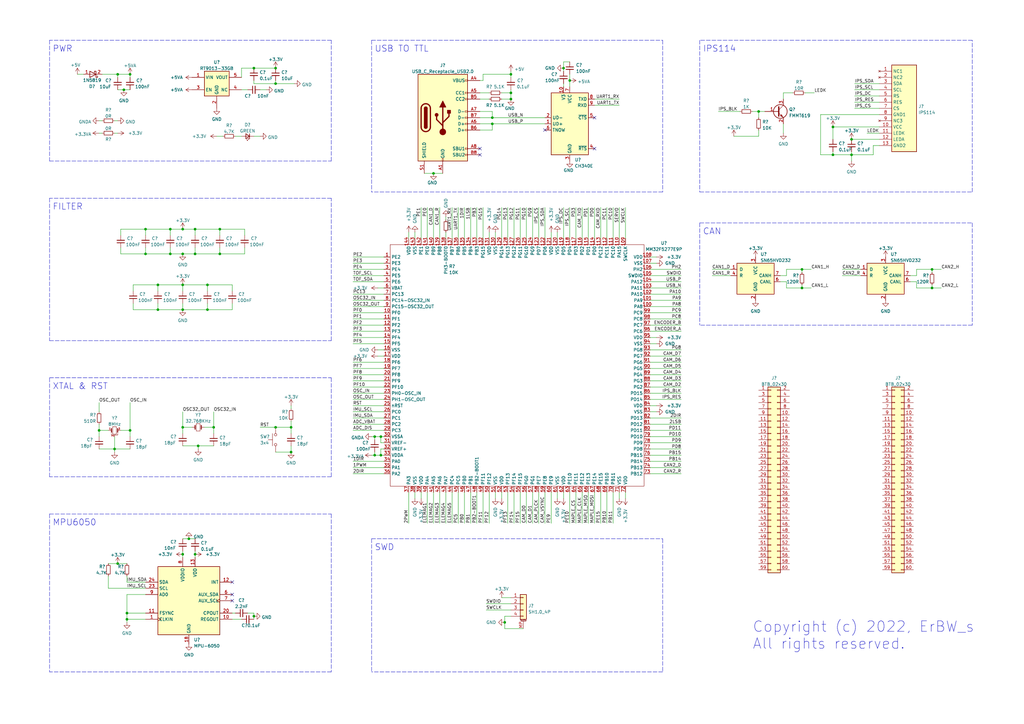
<source format=kicad_sch>
(kicad_sch (version 20211123) (generator eeschema)
  (paper "A3")
  (junction (at 69.85 104.14))
  (junction (at 233.68 33.02))
  (junction (at 53.34 30.48))
  (junction (at 74.93 175.26))
  (junction (at 52.07 254))
  (junction (at 156.21 179.07))
  (junction (at 50.8 36.83))
  (junction (at 74.93 93.98))
  (junction (at 328.93 118.11))
  (junction (at 341.63 52.07))
  (junction (at 156.21 186.69))
  (junction (at 209.55 38.1))
  (junction (at 53.34 176.53))
  (junction (at 90.17 104.14))
  (junction (at 177.8 71.12))
  (junction (at 59.69 104.14))
  (junction (at 104.14 27.94))
  (junction (at 341.63 63.5))
  (junction (at 69.85 93.98))
  (junction (at 80.01 93.98))
  (junction (at 46.99 184.15))
  (junction (at 74.93 116.84))
  (junction (at 328.93 110.49))
  (junction (at 59.69 93.98))
  (junction (at 87.63 175.26))
  (junction (at 48.26 30.48))
  (junction (at 64.77 127))
  (junction (at 382.27 110.49))
  (junction (at 85.09 116.84))
  (junction (at 153.67 179.07))
  (junction (at 85.09 127))
  (junction (at 231.14 27.94))
  (junction (at 201.93 48.26))
  (junction (at 119.38 175.26))
  (junction (at 113.03 175.26))
  (junction (at 64.77 116.84))
  (junction (at 104.14 252.73))
  (junction (at 80.01 227.33))
  (junction (at 74.93 104.14))
  (junction (at 209.55 40.64))
  (junction (at 349.25 63.5))
  (junction (at 153.67 186.69))
  (junction (at 113.03 27.94))
  (junction (at 74.93 227.33))
  (junction (at 209.55 30.48))
  (junction (at 113.03 34.29))
  (junction (at 81.28 182.88))
  (junction (at 80.01 104.14))
  (junction (at 201.93 50.8))
  (junction (at 90.17 93.98))
  (junction (at 349.25 57.15))
  (junction (at 52.07 251.46))
  (junction (at 207.01 255.27))
  (junction (at 48.26 231.14))
  (junction (at 382.27 118.11))
  (junction (at 74.93 127))
  (junction (at 311.15 45.72))
  (junction (at 40.64 176.53))
  (junction (at 77.47 220.98))
  (junction (at 119.38 185.42))
  (no_connect (at 95.25 243.84))
  (no_connect (at 95.25 238.76))
  (no_connect (at 95.25 246.38))
  (no_connect (at 243.84 60.96))
  (no_connect (at 243.84 48.26))
  (no_connect (at 196.85 60.96))
  (no_connect (at 196.85 63.5))
  (no_connect (at 223.52 53.34))
  (wire (pts (xy 279.4 118.11) (xy 266.7 118.11)))
  (wire (pts (xy 254 85.09) (xy 254 97.79)))
  (wire (pts (xy 279.4 176.53) (xy 266.7 176.53)))
  (wire (pts (xy 40.64 176.53) (xy 40.64 179.07)))
  (wire (pts (xy 144.78 194.31) (xy 157.48 194.31)))
  (wire (pts (xy 196.85 53.34) (xy 201.93 53.34)))
  (wire (pts (xy 182.88 88.9) (xy 182.88 90.17)))
  (wire (pts (xy 74.93 124.46) (xy 74.93 127)))
  (wire (pts (xy 74.93 175.26) (xy 74.93 177.8)))
  (wire (pts (xy 279.4 189.23) (xy 266.7 189.23)))
  (wire (pts (xy 193.04 85.09) (xy 193.04 97.79)))
  (wire (pts (xy 54.61 116.84) (xy 54.61 119.38)))
  (wire (pts (xy 266.7 133.35) (xy 279.4 133.35)))
  (wire (pts (xy 292.1 113.03) (xy 299.72 113.03)))
  (polyline (pts (xy 20.32 66.04) (xy 135.89 66.04)))
  (wire (pts (xy 78.74 175.26) (xy 74.93 175.26)))
  (wire (pts (xy 144.78 107.95) (xy 157.48 107.95)))
  (wire (pts (xy 246.38 214.63) (xy 246.38 201.93)))
  (wire (pts (xy 74.93 116.84) (xy 64.77 116.84)))
  (wire (pts (xy 321.31 50.8) (xy 321.31 54.61)))
  (wire (pts (xy 59.69 238.76) (xy 52.07 238.76)))
  (wire (pts (xy 90.17 93.98) (xy 80.01 93.98)))
  (wire (pts (xy 144.78 168.91) (xy 157.48 168.91)))
  (wire (pts (xy 328.93 116.84) (xy 328.93 118.11)))
  (wire (pts (xy 196.85 45.72) (xy 201.93 45.72)))
  (wire (pts (xy 113.03 33.02) (xy 113.03 34.29)))
  (wire (pts (xy 208.28 85.09) (xy 208.28 97.79)))
  (wire (pts (xy 40.64 165.1) (xy 40.64 168.91)))
  (wire (pts (xy 320.04 115.57) (xy 322.58 115.57)))
  (polyline (pts (xy 135.89 275.59) (xy 20.32 275.59)))
  (wire (pts (xy 59.69 104.14) (xy 69.85 104.14)))
  (wire (pts (xy 85.09 116.84) (xy 85.09 119.38)))
  (wire (pts (xy 49.53 104.14) (xy 59.69 104.14)))
  (polyline (pts (xy 20.32 16.51) (xy 20.32 66.04)))
  (polyline (pts (xy 287.02 16.51) (xy 287.02 78.74)))
  (wire (pts (xy 205.74 40.64) (xy 209.55 40.64)))
  (wire (pts (xy 279.4 181.61) (xy 266.7 181.61)))
  (wire (pts (xy 83.82 175.26) (xy 87.63 175.26)))
  (wire (pts (xy 341.63 62.23) (xy 341.63 63.5)))
  (wire (pts (xy 144.78 115.57) (xy 157.48 115.57)))
  (wire (pts (xy 218.44 85.09) (xy 218.44 97.79)))
  (wire (pts (xy 48.26 30.48) (xy 53.34 30.48)))
  (wire (pts (xy 220.98 85.09) (xy 220.98 97.79)))
  (wire (pts (xy 156.21 186.69) (xy 157.48 186.69)))
  (wire (pts (xy 153.67 185.42) (xy 153.67 186.69)))
  (polyline (pts (xy 398.78 16.51) (xy 287.02 16.51)))
  (wire (pts (xy 99.06 27.94) (xy 104.14 27.94)))
  (polyline (pts (xy 152.4 16.51) (xy 152.4 78.74)))
  (wire (pts (xy 226.06 214.63) (xy 226.06 201.93)))
  (wire (pts (xy 236.22 201.93) (xy 236.22 214.63)))
  (wire (pts (xy 382.27 116.84) (xy 382.27 118.11)))
  (wire (pts (xy 59.69 243.84) (xy 52.07 243.84)))
  (polyline (pts (xy 152.4 220.98) (xy 152.4 275.59)))
  (wire (pts (xy 350.52 36.83) (xy 360.68 36.83)))
  (wire (pts (xy 172.72 204.47) (xy 172.72 201.93)))
  (wire (pts (xy 182.88 95.25) (xy 182.88 97.79)))
  (polyline (pts (xy 135.89 154.94) (xy 135.89 195.58)))
  (wire (pts (xy 144.78 138.43) (xy 157.48 138.43)))
  (wire (pts (xy 203.2 95.25) (xy 203.2 97.79)))
  (wire (pts (xy 349.25 63.5) (xy 358.14 63.5)))
  (wire (pts (xy 44.45 241.3) (xy 44.45 236.22)))
  (wire (pts (xy 233.68 214.63) (xy 233.68 201.93)))
  (wire (pts (xy 99.06 36.83) (xy 101.6 36.83)))
  (wire (pts (xy 74.93 220.98) (xy 77.47 220.98)))
  (wire (pts (xy 256.54 85.09) (xy 256.54 97.79)))
  (wire (pts (xy 88.9 55.88) (xy 91.44 55.88)))
  (wire (pts (xy 279.4 186.69) (xy 266.7 186.69)))
  (wire (pts (xy 113.03 185.42) (xy 119.38 185.42)))
  (wire (pts (xy 74.93 182.88) (xy 81.28 182.88)))
  (wire (pts (xy 80.01 93.98) (xy 74.93 93.98)))
  (wire (pts (xy 330.2 38.1) (xy 334.01 38.1)))
  (wire (pts (xy 170.18 95.25) (xy 170.18 97.79)))
  (wire (pts (xy 266.7 161.29) (xy 279.4 161.29)))
  (wire (pts (xy 59.69 93.98) (xy 59.69 96.52)))
  (wire (pts (xy 382.27 110.49) (xy 382.27 111.76)))
  (wire (pts (xy 279.4 148.59) (xy 266.7 148.59)))
  (wire (pts (xy 375.92 110.49) (xy 382.27 110.49)))
  (wire (pts (xy 350.52 34.29) (xy 360.68 34.29)))
  (wire (pts (xy 53.34 165.1) (xy 53.34 176.53)))
  (wire (pts (xy 210.82 214.63) (xy 210.82 201.93)))
  (wire (pts (xy 80.01 226.06) (xy 80.01 227.33)))
  (wire (pts (xy 231.14 85.09) (xy 231.14 97.79)))
  (wire (pts (xy 167.64 95.25) (xy 167.64 97.79)))
  (wire (pts (xy 200.66 95.25) (xy 200.66 97.79)))
  (wire (pts (xy 95.25 116.84) (xy 85.09 116.84)))
  (wire (pts (xy 104.14 252.73) (xy 104.14 251.46)))
  (wire (pts (xy 321.31 38.1) (xy 325.12 38.1)))
  (wire (pts (xy 375.92 115.57) (xy 375.92 118.11)))
  (wire (pts (xy 80.01 101.6) (xy 80.01 104.14)))
  (wire (pts (xy 106.68 175.26) (xy 113.03 175.26)))
  (wire (pts (xy 279.4 110.49) (xy 266.7 110.49)))
  (wire (pts (xy 223.52 85.09) (xy 223.52 97.79)))
  (wire (pts (xy 279.4 184.15) (xy 266.7 184.15)))
  (wire (pts (xy 167.64 214.63) (xy 167.64 201.93)))
  (wire (pts (xy 144.78 140.97) (xy 157.48 140.97)))
  (wire (pts (xy 196.85 48.26) (xy 201.93 48.26)))
  (wire (pts (xy 231.14 25.4) (xy 233.68 25.4)))
  (polyline (pts (xy 20.32 139.7) (xy 135.89 139.7)))
  (wire (pts (xy 355.6 54.61) (xy 360.68 54.61)))
  (polyline (pts (xy 20.32 210.82) (xy 135.89 210.82)))
  (wire (pts (xy 209.55 30.48) (xy 209.55 31.75)))
  (wire (pts (xy 77.47 220.98) (xy 80.01 220.98)))
  (wire (pts (xy 198.12 214.63) (xy 198.12 201.93)))
  (wire (pts (xy 210.82 85.09) (xy 210.82 97.79)))
  (wire (pts (xy 52.07 238.76) (xy 52.07 236.22)))
  (wire (pts (xy 182.88 214.63) (xy 182.88 201.93)))
  (wire (pts (xy 279.4 115.57) (xy 266.7 115.57)))
  (wire (pts (xy 350.52 44.45) (xy 360.68 44.45)))
  (polyline (pts (xy 287.02 78.74) (xy 398.78 78.74)))
  (wire (pts (xy 153.67 186.69) (xy 156.21 186.69)))
  (wire (pts (xy 44.45 231.14) (xy 48.26 231.14)))
  (wire (pts (xy 231.14 29.21) (xy 231.14 27.94)))
  (wire (pts (xy 279.4 173.99) (xy 266.7 173.99)))
  (wire (pts (xy 198.12 30.48) (xy 209.55 30.48)))
  (wire (pts (xy 144.78 148.59) (xy 157.48 148.59)))
  (wire (pts (xy 144.78 125.73) (xy 157.48 125.73)))
  (wire (pts (xy 74.93 168.91) (xy 74.93 175.26)))
  (wire (pts (xy 144.78 135.89) (xy 157.48 135.89)))
  (wire (pts (xy 50.8 36.83) (xy 53.34 36.83)))
  (wire (pts (xy 375.92 113.03) (xy 375.92 110.49)))
  (wire (pts (xy 201.93 50.8) (xy 223.52 50.8)))
  (wire (pts (xy 46.99 54.61) (xy 48.26 54.61)))
  (polyline (pts (xy 398.78 133.35) (xy 287.02 133.35)))
  (wire (pts (xy 104.14 251.46) (xy 101.6 251.46)))
  (wire (pts (xy 207.01 252.73) (xy 207.01 255.27)))
  (polyline (pts (xy 135.89 195.58) (xy 20.32 195.58)))
  (wire (pts (xy 233.68 33.02) (xy 233.68 35.56)))
  (wire (pts (xy 251.46 85.09) (xy 251.46 97.79)))
  (wire (pts (xy 144.78 176.53) (xy 157.48 176.53)))
  (wire (pts (xy 349.25 62.23) (xy 349.25 63.5)))
  (wire (pts (xy 300.99 55.88) (xy 311.15 55.88)))
  (wire (pts (xy 64.77 116.84) (xy 64.77 119.38)))
  (polyline (pts (xy 271.78 275.59) (xy 152.4 275.59)))
  (wire (pts (xy 322.58 110.49) (xy 328.93 110.49)))
  (wire (pts (xy 173.99 71.12) (xy 177.8 71.12)))
  (wire (pts (xy 205.74 204.47) (xy 205.74 201.93)))
  (wire (pts (xy 279.4 143.51) (xy 266.7 143.51)))
  (wire (pts (xy 223.52 214.63) (xy 223.52 201.93)))
  (wire (pts (xy 336.55 63.5) (xy 341.63 63.5)))
  (wire (pts (xy 144.78 105.41) (xy 157.48 105.41)))
  (wire (pts (xy 144.78 128.27) (xy 157.48 128.27)))
  (wire (pts (xy 238.76 85.09) (xy 238.76 97.79)))
  (wire (pts (xy 44.45 176.53) (xy 40.64 176.53)))
  (wire (pts (xy 209.55 30.48) (xy 209.55 29.21)))
  (polyline (pts (xy 135.89 66.04) (xy 135.89 16.51)))
  (wire (pts (xy 177.8 97.79) (xy 177.8 85.09)))
  (wire (pts (xy 69.85 101.6) (xy 69.85 104.14)))
  (wire (pts (xy 144.78 156.21) (xy 157.48 156.21)))
  (wire (pts (xy 119.38 175.26) (xy 119.38 177.8)))
  (wire (pts (xy 373.38 115.57) (xy 375.92 115.57)))
  (wire (pts (xy 177.8 71.12) (xy 181.61 71.12)))
  (wire (pts (xy 201.93 45.72) (xy 201.93 48.26)))
  (wire (pts (xy 196.85 50.8) (xy 201.93 50.8)))
  (wire (pts (xy 74.93 116.84) (xy 85.09 116.84)))
  (wire (pts (xy 144.78 191.77) (xy 157.48 191.77)))
  (wire (pts (xy 69.85 93.98) (xy 69.85 96.52)))
  (wire (pts (xy 80.01 104.14) (xy 90.17 104.14)))
  (wire (pts (xy 144.78 173.99) (xy 157.48 173.99)))
  (wire (pts (xy 228.6 204.47) (xy 228.6 201.93)))
  (wire (pts (xy 269.24 105.41) (xy 266.7 105.41)))
  (wire (pts (xy 46.99 184.15) (xy 53.34 184.15)))
  (wire (pts (xy 87.63 175.26) (xy 87.63 177.8)))
  (wire (pts (xy 279.4 120.65) (xy 266.7 120.65)))
  (wire (pts (xy 59.69 241.3) (xy 44.45 241.3)))
  (wire (pts (xy 349.25 57.15) (xy 360.68 57.15)))
  (wire (pts (xy 350.52 39.37) (xy 360.68 39.37)))
  (wire (pts (xy 69.85 104.14) (xy 74.93 104.14)))
  (wire (pts (xy 231.14 34.29) (xy 231.14 35.56)))
  (wire (pts (xy 157.48 181.61) (xy 156.21 181.61)))
  (wire (pts (xy 279.4 130.81) (xy 266.7 130.81)))
  (wire (pts (xy 80.01 93.98) (xy 80.01 96.52)))
  (wire (pts (xy 294.64 45.72) (xy 303.53 45.72)))
  (wire (pts (xy 251.46 214.63) (xy 251.46 201.93)))
  (wire (pts (xy 279.4 128.27) (xy 266.7 128.27)))
  (wire (pts (xy 106.68 36.83) (xy 109.22 36.83)))
  (wire (pts (xy 220.98 214.63) (xy 220.98 201.93)))
  (wire (pts (xy 341.63 63.5) (xy 349.25 63.5)))
  (wire (pts (xy 74.93 116.84) (xy 74.93 119.38)))
  (wire (pts (xy 350.52 41.91) (xy 360.68 41.91)))
  (wire (pts (xy 336.55 46.99) (xy 336.55 63.5)))
  (wire (pts (xy 311.15 45.72) (xy 313.69 45.72)))
  (wire (pts (xy 154.94 143.51) (xy 157.48 143.51)))
  (wire (pts (xy 328.93 118.11) (xy 332.74 118.11)))
  (wire (pts (xy 64.77 124.46) (xy 64.77 127)))
  (wire (pts (xy 119.38 166.37) (xy 119.38 167.64)))
  (wire (pts (xy 152.4 179.07) (xy 153.67 179.07)))
  (wire (pts (xy 279.4 153.67) (xy 266.7 153.67)))
  (wire (pts (xy 205.74 85.09) (xy 205.74 97.79)))
  (wire (pts (xy 177.8 214.63) (xy 177.8 201.93)))
  (wire (pts (xy 59.69 101.6) (xy 59.69 104.14)))
  (wire (pts (xy 85.09 124.46) (xy 85.09 127)))
  (wire (pts (xy 40.64 54.61) (xy 41.91 54.61)))
  (wire (pts (xy 228.6 95.25) (xy 228.6 97.79)))
  (wire (pts (xy 144.78 163.83) (xy 157.48 163.83)))
  (wire (pts (xy 144.78 189.23) (xy 157.48 189.23)))
  (wire (pts (xy 152.4 186.69) (xy 153.67 186.69)))
  (polyline (pts (xy 135.89 210.82) (xy 135.89 275.59)))
  (wire (pts (xy 104.14 33.02) (xy 104.14 34.29)))
  (wire (pts (xy 279.4 125.73) (xy 266.7 125.73)))
  (wire (pts (xy 175.26 85.09) (xy 175.26 97.79)))
  (wire (pts (xy 322.58 118.11) (xy 328.93 118.11)))
  (wire (pts (xy 144.78 123.19) (xy 157.48 123.19)))
  (polyline (pts (xy 271.78 16.51) (xy 271.78 78.74)))
  (wire (pts (xy 99.06 31.75) (xy 99.06 27.94)))
  (wire (pts (xy 175.26 214.63) (xy 175.26 201.93)))
  (wire (pts (xy 213.36 214.63) (xy 213.36 201.93)))
  (wire (pts (xy 231.14 27.94) (xy 231.14 25.4)))
  (wire (pts (xy 49.53 101.6) (xy 49.53 104.14)))
  (wire (pts (xy 180.34 214.63) (xy 180.34 201.93)))
  (wire (pts (xy 308.61 45.72) (xy 311.15 45.72)))
  (wire (pts (xy 195.58 214.63) (xy 195.58 201.93)))
  (wire (pts (xy 199.39 247.65) (xy 209.55 247.65)))
  (wire (pts (xy 266.7 135.89) (xy 279.4 135.89)))
  (wire (pts (xy 74.93 227.33) (xy 74.93 228.6)))
  (wire (pts (xy 320.04 113.03) (xy 322.58 113.03)))
  (wire (pts (xy 156.21 184.15) (xy 156.21 186.69)))
  (wire (pts (xy 322.58 113.03) (xy 322.58 110.49)))
  (wire (pts (xy 156.21 179.07) (xy 157.48 179.07)))
  (wire (pts (xy 246.38 85.09) (xy 246.38 97.79)))
  (wire (pts (xy 328.93 110.49) (xy 332.74 110.49)))
  (wire (pts (xy 113.03 34.29) (xy 120.65 34.29)))
  (wire (pts (xy 74.93 127) (xy 85.09 127)))
  (wire (pts (xy 231.14 204.47) (xy 231.14 201.93)))
  (wire (pts (xy 269.24 107.95) (xy 266.7 107.95)))
  (wire (pts (xy 243.84 40.64) (xy 254 40.64)))
  (polyline (pts (xy 135.89 16.51) (xy 20.32 16.51)))
  (wire (pts (xy 321.31 40.64) (xy 321.31 38.1)))
  (wire (pts (xy 209.55 252.73) (xy 207.01 252.73)))
  (wire (pts (xy 266.7 163.83) (xy 279.4 163.83)))
  (wire (pts (xy 104.14 55.88) (xy 106.68 55.88)))
  (wire (pts (xy 144.78 151.13) (xy 157.48 151.13)))
  (wire (pts (xy 205.74 245.11) (xy 209.55 245.11)))
  (wire (pts (xy 46.99 49.53) (xy 48.26 49.53)))
  (wire (pts (xy 200.66 214.63) (xy 200.66 201.93)))
  (wire (pts (xy 172.72 85.09) (xy 172.72 97.79)))
  (wire (pts (xy 170.18 204.47) (xy 170.18 201.93)))
  (wire (pts (xy 54.61 127) (xy 64.77 127)))
  (wire (pts (xy 87.63 168.91) (xy 87.63 175.26)))
  (wire (pts (xy 248.92 214.63) (xy 248.92 201.93)))
  (wire (pts (xy 193.04 214.63) (xy 193.04 201.93)))
  (wire (pts (xy 201.93 48.26) (xy 223.52 48.26)))
  (wire (pts (xy 40.64 49.53) (xy 41.91 49.53)))
  (wire (pts (xy 104.14 254) (xy 104.14 252.73)))
  (wire (pts (xy 144.78 153.67) (xy 157.48 153.67)))
  (wire (pts (xy 52.07 243.84) (xy 52.07 251.46)))
  (wire (pts (xy 382.27 118.11) (xy 386.08 118.11)))
  (wire (pts (xy 53.34 30.48) (xy 53.34 31.75)))
  (wire (pts (xy 104.14 27.94) (xy 113.03 27.94)))
  (wire (pts (xy 48.26 231.14) (xy 52.07 231.14)))
  (wire (pts (xy 266.7 191.77) (xy 279.4 191.77)))
  (wire (pts (xy 95.25 254) (xy 99.06 254)))
  (wire (pts (xy 341.63 52.07) (xy 360.68 52.07)))
  (wire (pts (xy 80.01 227.33) (xy 80.01 228.6)))
  (polyline (pts (xy 287.02 91.44) (xy 398.78 91.44)))
  (wire (pts (xy 31.75 30.48) (xy 34.29 30.48)))
  (wire (pts (xy 40.64 184.15) (xy 46.99 184.15)))
  (wire (pts (xy 187.96 85.09) (xy 187.96 97.79)))
  (polyline (pts (xy 20.32 154.94) (xy 135.89 154.94)))
  (wire (pts (xy 279.4 158.75) (xy 266.7 158.75)))
  (wire (pts (xy 207.01 257.81) (xy 207.01 255.27)))
  (wire (pts (xy 81.28 182.88) (xy 87.63 182.88)))
  (wire (pts (xy 373.38 113.03) (xy 375.92 113.03)))
  (wire (pts (xy 345.44 113.03) (xy 353.06 113.03)))
  (wire (pts (xy 157.48 184.15) (xy 156.21 184.15)))
  (wire (pts (xy 209.55 36.83) (xy 209.55 38.1)))
  (wire (pts (xy 49.53 176.53) (xy 53.34 176.53)))
  (wire (pts (xy 100.33 96.52) (xy 100.33 93.98)))
  (wire (pts (xy 59.69 254) (xy 52.07 254)))
  (wire (pts (xy 46.99 184.15) (xy 46.99 185.42)))
  (wire (pts (xy 341.63 57.15) (xy 341.63 52.07)))
  (wire (pts (xy 144.78 161.29) (xy 157.48 161.29)))
  (polyline (pts (xy 152.4 220.98) (xy 271.78 220.98)))
  (wire (pts (xy 241.3 85.09) (xy 241.3 97.79)))
  (wire (pts (xy 41.91 30.48) (xy 48.26 30.48)))
  (wire (pts (xy 144.78 110.49) (xy 157.48 110.49)))
  (wire (pts (xy 382.27 110.49) (xy 386.08 110.49)))
  (polyline (pts (xy 287.02 91.44) (xy 287.02 133.35)))
  (wire (pts (xy 279.4 146.05) (xy 266.7 146.05)))
  (wire (pts (xy 218.44 214.63) (xy 218.44 201.93)))
  (wire (pts (xy 144.78 133.35) (xy 157.48 133.35)))
  (wire (pts (xy 48.26 30.48) (xy 48.26 31.75)))
  (wire (pts (xy 233.68 30.48) (xy 233.68 33.02)))
  (wire (pts (xy 254 204.47) (xy 254 201.93)))
  (wire (pts (xy 144.78 120.65) (xy 157.48 120.65)))
  (wire (pts (xy 154.94 146.05) (xy 157.48 146.05)))
  (wire (pts (xy 328.93 110.49) (xy 328.93 111.76)))
  (wire (pts (xy 119.38 175.26) (xy 119.38 172.72)))
  (wire (pts (xy 59.69 251.46) (xy 52.07 251.46)))
  (wire (pts (xy 269.24 166.37) (xy 266.7 166.37)))
  (wire (pts (xy 190.5 214.63) (xy 190.5 201.93)))
  (polyline (pts (xy 20.32 210.82) (xy 20.32 275.59)))
  (wire (pts (xy 59.69 93.98) (xy 49.53 93.98)))
  (wire (pts (xy 100.33 93.98) (xy 90.17 93.98)))
  (wire (pts (xy 153.67 179.07) (xy 156.21 179.07)))
  (wire (pts (xy 236.22 85.09) (xy 236.22 97.79)))
  (wire (pts (xy 180.34 97.79) (xy 180.34 85.09)))
  (wire (pts (xy 96.52 55.88) (xy 99.06 55.88)))
  (wire (pts (xy 64.77 116.84) (xy 54.61 116.84)))
  (wire (pts (xy 196.85 33.02) (xy 198.12 33.02)))
  (wire (pts (xy 185.42 85.09) (xy 185.42 97.79)))
  (wire (pts (xy 48.26 36.83) (xy 50.8 36.83)))
  (polyline (pts (xy 271.78 78.74) (xy 152.4 78.74)))
  (wire (pts (xy 209.55 40.64) (xy 209.55 38.1)))
  (wire (pts (xy 209.55 38.1) (xy 205.74 38.1)))
  (wire (pts (xy 95.25 124.46) (xy 95.25 127)))
  (polyline (pts (xy 20.32 81.28) (xy 20.32 139.7)))
  (wire (pts (xy 238.76 201.93) (xy 238.76 214.63)))
  (wire (pts (xy 100.33 101.6) (xy 100.33 104.14)))
  (wire (pts (xy 156.21 181.61) (xy 156.21 179.07)))
  (wire (pts (xy 358.14 59.69) (xy 358.14 63.5)))
  (wire (pts (xy 358.14 59.69) (xy 360.68 59.69)))
  (wire (pts (xy 74.93 93.98) (xy 69.85 93.98)))
  (polyline (pts (xy 398.78 91.44) (xy 398.78 133.35)))
  (wire (pts (xy 54.61 124.46) (xy 54.61 127)))
  (polyline (pts (xy 271.78 220.98) (xy 271.78 275.59)))
  (wire (pts (xy 322.58 115.57) (xy 322.58 118.11)))
  (wire (pts (xy 144.78 130.81) (xy 157.48 130.81)))
  (wire (pts (xy 248.92 85.09) (xy 248.92 97.79)))
  (wire (pts (xy 144.78 158.75) (xy 157.48 158.75)))
  (wire (pts (xy 154.94 118.11) (xy 157.48 118.11)))
  (wire (pts (xy 207.01 257.81) (xy 214.63 257.81)))
  (wire (pts (xy 279.4 171.45) (xy 266.7 171.45)))
  (wire (pts (xy 46.99 179.07) (xy 46.99 184.15)))
  (wire (pts (xy 52.07 254) (xy 52.07 255.27)))
  (wire (pts (xy 49.53 93.98) (xy 49.53 96.52)))
  (wire (pts (xy 64.77 127) (xy 74.93 127)))
  (wire (pts (xy 144.78 113.03) (xy 157.48 113.03)))
  (wire (pts (xy 198.12 85.09) (xy 198.12 97.79)))
  (wire (pts (xy 360.68 46.99) (xy 336.55 46.99)))
  (wire (pts (xy 90.17 101.6) (xy 90.17 104.14)))
  (wire (pts (xy 345.44 110.49) (xy 353.06 110.49)))
  (wire (pts (xy 74.93 226.06) (xy 74.93 227.33)))
  (wire (pts (xy 279.4 123.19) (xy 266.7 123.19)))
  (polyline (pts (xy 398.78 78.74) (xy 398.78 16.51)))
  (polyline (pts (xy 135.89 139.7) (xy 135.89 81.28)))
  (wire (pts (xy 196.85 40.64) (xy 200.66 40.64)))
  (wire (pts (xy 40.64 173.99) (xy 40.64 176.53)))
  (wire (pts (xy 215.9 85.09) (xy 215.9 97.79)))
  (wire (pts (xy 243.84 43.18) (xy 254 43.18)))
  (wire (pts (xy 269.24 168.91) (xy 266.7 168.91)))
  (wire (pts (xy 292.1 110.49) (xy 299.72 110.49)))
  (wire (pts (xy 90.17 104.14) (xy 100.33 104.14)))
  (wire (pts (xy 196.85 38.1) (xy 200.66 38.1)))
  (wire (pts (xy 256.54 204.47) (xy 256.54 201.93)))
  (wire (pts (xy 349.25 63.5) (xy 349.25 66.04)))
  (wire (pts (xy 243.84 85.09) (xy 243.84 97.79)))
  (polyline (pts (xy 135.89 81.28) (xy 20.32 81.28)))
  (wire (pts (xy 187.96 214.63) (xy 187.96 201.93)))
  (wire (pts (xy 104.14 34.29) (xy 113.03 34.29)))
  (wire (pts (xy 213.36 85.09) (xy 213.36 97.79)))
  (wire (pts (xy 53.34 176.53) (xy 53.34 179.07)))
  (wire (pts (xy 311.15 55.88) (xy 311.15 53.34)))
  (wire (pts (xy 203.2 204.47) (xy 203.2 201.93)))
  (wire (pts (xy 85.09 127) (xy 95.25 127)))
  (wire (pts (xy 144.78 166.37) (xy 157.48 166.37)))
  (wire (pts (xy 95.25 116.84) (xy 95.25 119.38)))
  (wire (pts (xy 185.42 214.63) (xy 185.42 201.93)))
  (wire (pts (xy 52.07 251.46) (xy 52.07 254)))
  (wire (pts (xy 208.28 214.63) (xy 208.28 201.93)))
  (wire (pts (xy 95.25 251.46) (xy 96.52 251.46)))
  (wire (pts (xy 233.68 85.09) (xy 233.68 97.79)))
  (wire (pts (xy 241.3 201.93) (xy 241.3 214.63)))
  (wire (pts (xy 243.84 201.93) (xy 243.84 214.63)))
  (wire (pts (xy 74.93 104.14) (xy 80.01 104.14)))
  (wire (pts (xy 195.58 85.09) (xy 195.58 97.79)))
  (wire (pts (xy 269.24 138.43) (xy 266.7 138.43)))
  (wire (pts (xy 119.38 182.88) (xy 119.38 185.42)))
  (wire (pts (xy 153.67 179.07) (xy 153.67 180.34)))
  (wire (pts (xy 201.93 53.34) (xy 201.93 50.8)))
  (wire (pts (xy 311.15 45.72) (xy 311.15 48.26)))
  (wire (pts (xy 190.5 85.09) (xy 190.5 97.79)))
  (wire (pts (xy 81.28 182.88) (xy 81.28 184.15)))
  (wire (pts (xy 279.4 151.13) (xy 266.7 151.13)))
  (polyline (pts (xy 20.32 195.58) (xy 20.32 154.94)))
  (wire (pts (xy 199.39 250.19) (xy 209.55 250.19)))
  (polyline (pts (xy 152.4 16.51) (xy 271.78 16.51)))
  (wire (pts (xy 90.17 93.98) (xy 90.17 96.52)))
  (wire (pts (xy 113.03 175.26) (xy 119.38 175.26)))
  (wire (pts (xy 198.12 33.02) (xy 198.12 30.48)))
  (wire (pts (xy 69.85 93.98) (xy 59.69 93.98)))
  (wire (pts (xy 266.7 113.03) (xy 279.4 113.03)))
  (wire (pts (xy 279.4 156.21) (xy 266.7 156.21)))
  (wire (pts (xy 266.7 194.31) (xy 279.4 194.31)))
  (wire (pts (xy 375.92 118.11) (xy 382.27 118.11)))
  (wire (pts (xy 215.9 214.63) (xy 215.9 201.93)))
  (wire (pts (xy 226.06 95.25) (xy 226.06 97.79)))
  (wire (pts (xy 144.78 171.45) (xy 157.48 171.45)))
  (wire (pts (xy 279.4 179.07) (xy 266.7 179.07)))
  (wire (pts (xy 269.24 140.97) (xy 266.7 140.97)))
  (text "Copyright (c) 2022, ErBW_s\nAll rights reserved." (at 308.61 266.7 0) (effects (font (size 4.318 4.318)) (justify left bottom)))
  (text "CAN" (at 288.29 96.52 0) (effects (font (size 2.54 2.54)) (justify left bottom)))
  (text "FILTER" (at 21.59 86.36 0) (effects (font (size 2.54 2.54)) (justify left bottom)))
  (text "XTAL & RST" (at 21.59 160.02 0) (effects (font (size 2.54 2.54)) (justify left bottom)))
  (text "IPS114" (at 288.29 21.59 0) (effects (font (size 2.54 2.54)) (justify left bottom)))
  (text "PWR" (at 21.59 21.59 0) (effects (font (size 2.54 2.54)) (justify left bottom)))
  (text "MPU6050" (at 21.59 215.9 0) (effects (font (size 2.54 2.54)) (justify left bottom)))
  (text "USB TO TTL" (at 153.67 21.59 0) (effects (font (size 2.54 2.54)) (justify left bottom)))
  (text "SWD" (at 153.67 226.06 0) (effects (font (size 2.54 2.54)) (justify left bottom)))
  (label "PF2" (at 144.78 133.35 0))
  (label "1DIR" (at 144.78 189.23 0))
  (label "PB0" (at 190.5 214.63 90))
  (label "PF0" (at 144.78 128.27 0))
  (label "USB_P" (at 279.4 115.57 180))
  (label "PG9" (at 218.44 85.09 270))
  (label "PB1" (at 193.04 214.63 90))
  (label "PC11" (at 248.92 85.09 270))
  (label "ELEMAG3" (at 180.34 214.63 90))
  (label "CAN2_D" (at 345.44 110.49 0))
  (label "CAN2_D" (at 279.4 191.77 180))
  (label "OSC32_OUT" (at 74.93 168.91 0))
  (label "IPS_BLK" (at 279.4 161.29 180))
  (label "ENCODER_A" (at 279.4 135.89 180))
  (label "OSC_IN" (at 53.34 165.1 0))
  (label "PF5" (at 144.78 140.97 0))
  (label "UART1_RX" (at 185.42 85.09 270))
  (label "PF15" (at 213.36 214.63 90))
  (label "1DIR" (at 190.5 85.09 270))
  (label "PF6" (at 144.78 148.59 0))
  (label "PD11" (at 279.4 176.53 180))
  (label "PE2" (at 144.78 105.41 0))
  (label "PF11" (at 198.12 214.63 90))
  (label "OSC_IN" (at 144.78 161.29 0))
  (label "RST" (at 144.78 166.37 0))
  (label "UART1_TX" (at 254 43.18 180))
  (label "IPS_BLK" (at 294.64 45.72 0))
  (label "PE10" (at 233.68 214.63 90))
  (label "IMU_SDA" (at 144.78 171.45 0))
  (label "PB14" (at 279.4 189.23 180))
  (label "LEDK" (at 355.6 54.61 0))
  (label "CAN2_R" (at 279.4 194.31 180))
  (label "ENCODER_B" (at 279.4 133.35 180))
  (label "MAPLE_MISO" (at 241.3 214.63 90))
  (label "OSC32_IN" (at 144.78 123.19 0))
  (label "CAM_D7" (at 279.4 146.05 180))
  (label "PD3" (at 236.22 85.09 270))
  (label "OSC32_IN" (at 87.63 168.91 0))
  (label "CAN1_D" (at 177.8 85.09 270))
  (label "PA10" (at 279.4 120.65 180))
  (label "PA9" (at 279.4 123.19 180))
  (label "PE15" (at 246.38 214.63 90))
  (label "PF14" (at 210.82 214.63 90))
  (label "OSC_OUT" (at 40.64 165.1 0))
  (label "CAN2_L" (at 386.08 118.11 0))
  (label "PC13" (at 144.78 120.65 0))
  (label "SWCLK" (at 256.54 85.09 270))
  (label "ELEMAG4" (at 182.88 214.63 90))
  (label "PG8" (at 279.4 143.51 180))
  (label "ADC_DIS" (at 144.78 176.53 0))
  (label "CAN2_R" (at 345.44 113.03 0))
  (label "SWDIO" (at 199.39 247.65 0))
  (label "CAN1_D" (at 292.1 110.49 0))
  (label "OSC_OUT" (at 144.78 163.83 0))
  (label "CAN1_R" (at 180.34 85.09 270))
  (label "CAM_D4" (at 279.4 153.67 180))
  (label "USB_N" (at 279.4 118.11 180))
  (label "PD8" (at 279.4 184.15 180))
  (label "1PWM" (at 144.78 191.77 0))
  (label "SWCLK" (at 199.39 250.19 0))
  (label "PF3" (at 144.78 135.89 0))
  (label "PF1" (at 144.78 130.81 0))
  (label "PB10" (at 248.92 214.63 90))
  (label "1LSB" (at 193.04 85.09 270))
  (label "SWDIO" (at 279.4 113.03 180))
  (label "TOF_SDA" (at 144.78 115.57 0))
  (label "PB11" (at 251.46 214.63 90))
  (label "PG13" (at 208.28 85.09 270))
  (label "2PWM" (at 167.64 214.63 90))
  (label "TOF_SCL" (at 144.78 113.03 0))
  (label "LEDK" (at 334.01 38.1 0))
  (label "OSC32_OUT" (at 144.78 125.73 0))
  (label "PE1" (at 172.72 85.09 270))
  (label "PG12" (at 210.82 85.09 270))
  (label "PF13" (at 208.28 214.63 90))
  (label "PG10" (at 215.9 85.09 270))
  (label "SERVO" (at 254 85.09 270))
  (label "CAN1_L" (at 332.74 118.11 0))
  (label "CAM_VSYNC" (at 223.52 214.63 90))
  (label "PG11" (at 213.36 85.09 270))
  (label "PC5" (at 187.96 214.63 90))
  (label "CAN1_H" (at 332.74 110.49 0))
  (label "IPS_CS" (at 220.98 85.09 270))
  (label "CAM_TXD" (at 238.76 85.09 270))
  (label "IPS_SDA" (at 223.52 85.09 270))
  (label "PE9" (at 226.06 214.63 90))
  (label "IMU_SCL" (at 52.07 241.3 0))
  (label "PF12" (at 200.66 214.63 90))
  (label "CAM_RXD" (at 246.38 85.09 270))
  (label "PF9" (at 144.78 156.21 0))
  (label "IPS_RES" (at 350.52 41.91 0))
  (label "PE3" (at 144.78 107.95 0))
  (label "PH2" (at 279.4 110.49 180))
  (label "ADC_VBAT" (at 144.78 173.99 0))
  (label "PC9" (at 279.4 128.27 180))
  (label "CAM_D1" (at 218.44 214.63 90))
  (label "PF8" (at 144.78 153.67 0))
  (label "PD1" (at 241.3 85.09 270))
  (label "PE4" (at 144.78 110.49 0))
  (label "IPS_RES" (at 279.4 163.83 180))
  (label "IPS_SCL" (at 233.68 85.09 270))
  (label "PB2-BOOT1" (at 195.58 214.63 90))
  (label "ELEMAG5" (at 185.42 214.63 90))
  (label "PC10" (at 251.46 85.09 270))
  (label "IPS_DC" (at 231.14 85.09 270))
  (label "PC8" (at 279.4 130.81 180))
  (label "CAM_D2" (at 279.4 158.75 180))
  (label "2DIR" (at 279.4 171.45 180))
  (label "IMU_SDA" (at 52.07 238.76 0))
  (label "2DIR" (at 144.78 194.31 0))
  (label "ELEMAG2" (at 177.8 214.63 90))
  (label "PD10" (at 279.4 179.07 180))
  (label "PF10" (at 144.78 158.75 0))
  (label "PE0" (at 175.26 85.09 270))
  (label "UART1_RX" (at 254 40.64 180))
  (label "IPS_DC" (at 350.52 39.37 0))
  (label "CAN1_R" (at 292.1 113.03 0))
  (label "IPS_SDA" (at 350.52 34.29 0))
  (label "PB3" (at 195.58 85.09 270))
  (label "PF7" (at 144.78 151.13 0))
  (label "2LSB" (at 279.4 173.99 180))
  (label "CAM_PLCK" (at 220.98 214.63 90))
  (label "RST" (at 106.68 175.26 0))
  (label "IPS_CS" (at 350.52 44.45 0))
  (label "CAM_D3" (at 279.4 156.21 180))
  (label "PB15" (at 279.4 186.69 180))
  (label "PD9" (at 279.4 181.61 180))
  (label "PG14" (at 205.74 85.09 270))
  (label "CAM_D6" (at 279.4 148.59 180))
  (label "PD0" (at 243.84 85.09 270))
  (label "ELEMAG1" (at 175.26 214.63 90))
  (label "USB_N" (at 214.63 48.26 180))
  (label "PF4" (at 144.78 138.43 0))
  (label "IPS_SCL" (at 350.52 36.83 0))
  (label "MAPLE_CS" (at 236.22 214.63 90))
  (label "CAN2_H" (at 386.08 110.49 0))
  (label "CAM_D5" (at 279.4 151.13 180))
  (label "PA8" (at 279.4 125.73 180))
  (label "UART1_TX" (at 187.96 85.09 270))
  (label "CAM_D0" (at 215.9 214.63 90))
  (label "USB_P" (at 214.63 50.8 180))
  (label "PG15" (at 198.12 85.09 270))
  (label "MAPLE_MOSI" (at 243.84 214.63 90))
  (label "MAPLE_CLK" (at 238.76 214.63 90))
  (label "IMU_SCL" (at 144.78 168.91 0))
  (symbol (lib_id "power:GND") (at 50.8 36.83 0) (unit 1)
    (property "Reference" "#PWR0110" (effects hide))
    (property "Value" "GND" (at 50.8 41.2734 0))
  )
  (symbol (lib_id "Device:R_Small") (at 182.88 92.71 0) (unit 1)
    (property "Reference" "R?" (at 184.15 109.22 0) (effects (justify left)))
    (property "Value" "10K" (at 184.15 111.76 0) (effects (justify left)))
    (property "Footprint" "ErBW_s:R_0402" (effects hide))
  )
  (symbol (lib_id "Device:C_Small") (at 341.63 59.69 0) (unit 1)
    (property "Reference" "C?" (at 343.9541 58.8616 0) (effects (justify left)))
    (property "Value" "0.1uF" (at 343.9541 61.3985 0) (effects (justify left)))
    (property "Footprint" "ErBW_s:C_0402" (effects hide))
  )
  (symbol (lib_id "power:+3.3V") (at 119.38 166.37 0) (unit 1)
    (property "Reference" "#PWR0119" (effects hide))
    (property "Value" "+3.3V" (at 119.38 162.7942 0))
  )
  (symbol (lib_id "Device:C_Small") (at 100.33 99.06 180) (unit 1)
    (property "Reference" "C?" (at 104.14 97.79 0))
    (property "Value" "100nF" (at 105.41 100.33 0))
    (property "Footprint" "ErBW_s:C_0402" (effects hide))
  )
  (symbol (lib_id "power:+3.3V") (at 231.14 204.47 180) (unit 1)
    (property "Reference" "#PWR0128" (effects hide))
    (property "Value" "+3.3V" (at 231.14 214.63 90) (effects (justify right)))
  )
  (symbol (lib_id "power:GND") (at 170.18 95.25 180) (unit 1)
    (property "Reference" "#PWR0105" (effects hide))
    (property "Value" "GND" (at 170.18 87.63 90) (effects (justify left)))
  )
  (symbol (lib_id "Diode:1N5819WS") (at 38.1 30.48 180) (unit 1)
    (property "Reference" "D?" (at 37.7825 35.4498 0))
    (property "Value" "1N5819" (at 37.7825 32.9129 0))
    (property "Footprint" "ErBW_s:SOD-323" (effects hide))
    (property "Datasheet" "https://datasheet.lcsc.com/lcsc/2204281430_Guangdong-Hottech-1N5819WS_C191023.pdf" (effects hide))
  )
  (symbol (lib_id "power:GND") (at 46.99 185.42 0) (unit 1)
    (property "Reference" "#PWR0137" (effects hide))
    (property "Value" "GND" (at 46.99 189.8634 0))
  )
  (symbol (lib_id "power:+3.3V") (at 113.03 27.94 0) (unit 1)
    (property "Reference" "#PWR0126" (effects hide))
    (property "Value" "+3.3V" (at 113.03 24.3642 0))
  )
  (symbol (lib_id "Device:C_Small") (at 80.01 99.06 180) (unit 1)
    (property "Reference" "C?" (at 83.82 97.79 0))
    (property "Value" "100nF" (at 85.09 100.33 0))
    (property "Footprint" "ErBW_s:C_0402" (effects hide))
  )
  (symbol (lib_id "ErBW_s:MM32F5277E9P") (at 210.82 151.13 0) (unit 1)
    (property "Reference" "U?" (at 272.3129 99.7035 0))
    (property "Value" "MM32F5277E9P" (at 272.3129 102.2404 0))
    (property "Footprint" "Package_QFP:LQFP-144_20x20mm_P0.5mm" (effects hide))
  )
  (symbol (lib_id "power:GND") (at 109.22 36.83 90) (unit 1)
    (property "Reference" "#PWR0123" (effects hide))
    (property "Value" "GND" (at 112.395 37.2638 90) (effects (justify right)))
  )
  (symbol (lib_id "Device:C_Small") (at 54.61 121.92 180) (unit 1)
    (property "Reference" "C?" (at 58.42 120.65 0))
    (property "Value" "100nF" (at 59.69 123.19 0))
    (property "Footprint" "ErBW_s:C_0402" (effects hide))
  )
  (symbol (lib_id "Device:R_Small") (at 382.27 114.3 0) (unit 1)
    (property "Reference" "R?" (at 378.46 113.03 0) (effects (justify left)))
    (property "Value" "120R" (at 375.92 115.57 0) (effects (justify left)))
    (property "Footprint" "ErBW_s:R_0402" (effects hide))
  )
  (symbol (lib_id "power:GND") (at 120.65 34.29 90) (unit 1)
    (property "Reference" "#PWR0122" (effects hide))
    (property "Value" "GND" (at 123.825 34.7238 90) (effects (justify right)))
  )
  (symbol (lib_id "power:+3.3V") (at 341.63 52.07 0) (unit 1)
    (property "Reference" "#PWR0162" (effects hide))
    (property "Value" "+3.3V" (at 341.63 48.4942 0))
  )
  (symbol (lib_id "Device:R_Small") (at 119.38 170.18 0) (unit 1)
    (property "Reference" "R?" (at 115.57 168.91 0) (effects (justify left)))
    (property "Value" "10K" (at 114.3 171.45 0) (effects (justify left)))
    (property "Footprint" "ErBW_s:R_0402" (effects hide))
  )
  (symbol (lib_id "power:GNDA") (at 40.64 49.53 270) (unit 1)
    (property "Reference" "#PWR?" (effects hide))
    (property "Value" "GNDA" (at 37.465 49.9638 90) (effects (justify right)))
  )
  (symbol (lib_id "power:GND") (at 233.68 66.04 0) (unit 1)
    (property "Reference" "#PWR0169" (effects hide))
    (property "Value" "GND" (at 231.14 69.85 0) (effects (justify left)))
  )
  (symbol (lib_id "Device:C_Small") (at 49.53 99.06 180) (unit 1)
    (property "Reference" "C?" (at 53.34 97.79 0))
    (property "Value" "100nF" (at 54.61 100.33 0))
    (property "Footprint" "ErBW_s:C_0402" (effects hide))
  )
  (symbol (lib_id "power:+3.3V") (at 172.72 204.47 180) (unit 1)
    (property "Reference" "#PWR0146" (effects hide))
    (property "Value" "+3.3V" (at 172.72 214.63 90) (effects (justify right)))
  )
  (symbol (lib_id "Device:LED_Small") (at 101.6 55.88 180) (unit 1)
    (property "Reference" "D?" (at 101.5365 51.1642 0))
    (property "Value" "GREEN" (at 101.5365 53.7011 0))
    (property "Footprint" "ErBW_s:LED_0402" (effects hide))
  )
  (symbol (lib_id "power:GND") (at 74.93 104.14 0) (unit 1)
    (property "Reference" "#PWR0115" (effects hide))
    (property "Value" "GND" (at 74.93 108.5834 0))
  )
  (symbol (lib_id "power:+3.3V") (at 74.93 93.98 0) (unit 1)
    (property "Reference" "#PWR0114" (effects hide))
    (property "Value" "+3.3V" (at 74.93 90.4042 0))
  )
  (symbol (lib_id "power:+3.3V") (at 167.64 95.25 0) (unit 1)
    (property "Reference" "#PWR0106" (effects hide))
    (property "Value" "+3.3V" (at 167.64 85.09 90) (effects (justify right)))
  )
  (symbol (lib_id "power:GND") (at 254 204.47 0) (unit 1)
    (property "Reference" "#PWR0130" (effects hide))
    (property "Value" "GND" (at 254 212.09 90) (effects (justify left)))
  )
  (symbol (lib_id "power:+5V") (at 31.75 30.48 0) (unit 1)
    (property "Reference" "#PWR0111" (effects hide))
    (property "Value" "+5V" (at 33.02 26.67 0) (effects (justify right)))
  )
  (symbol (lib_id "Device:C_Small") (at 233.68 27.94 0) (unit 1)
    (property "Reference" "C?" (at 236.22 26.67 0) (effects (justify left)))
    (property "Value" "100nF" (at 236.22 29.21 0) (effects (justify left)))
    (property "Footprint" "ErBW_s:C_0402" (effects hide))
  )
  (symbol (lib_id "power:GND") (at 209.55 40.64 0) (unit 1)
    (property "Reference" "#PWR0101" (effects hide))
    (property "Value" "GND" (at 207.01 44.45 0) (effects (justify left)))
  )
  (symbol (lib_id "power:+3.3V") (at 205.74 204.47 180) (unit 1)
    (property "Reference" "#PWR0144" (effects hide))
    (property "Value" "+3.3V" (at 205.74 214.63 90) (effects (justify right)))
  )
  (symbol (lib_id "ErBW_s:RT9013-33GB") (at 88.9 34.29 0) (unit 1)
    (property "Reference" "U?" (at 88.9 25.5102 0))
    (property "Value" "RT9013-33GB" (at 88.9 28.0471 0))
    (property "Footprint" "Package_TO_SOT_SMD:SOT-23-5" (effects hide))
  )
  (symbol (lib_id "power:+3.3VA") (at 152.4 186.69 90) (unit 1)
    (property "Reference" "#PWR?" (effects hide))
    (property "Value" "+3.3VA" (at 149.2251 187.1238 90) (effects (justify left)))
  )
  (symbol (lib_id "Device:C_Small") (at 74.93 121.92 180) (unit 1)
    (property "Reference" "C?" (at 78.74 120.65 0))
    (property "Value" "100nF" (at 80.01 123.19 0))
    (property "Footprint" "ErBW_s:C_0402" (effects hide))
  )
  (symbol (lib_id "Device:C_Small") (at 104.14 30.48 0) (unit 1)
    (property "Reference" "C?" (at 106.4641 29.6516 0) (effects (justify left)))
    (property "Value" "0.1uF" (at 106.4641 32.1885 0) (effects (justify left)))
    (property "Footprint" "ErBW_s:C_0402" (effects hide))
  )
  (symbol (lib_id "Device:R_Small") (at 52.07 233.68 0) (unit 1)
    (property "Reference" "R?" (at 48.26 232.41 0) (effects (justify left)))
    (property "Value" "4.7K" (at 46.99 234.95 0) (effects (justify left)))
    (property "Footprint" "ErBW_s:R_0402" (effects hide))
  )
  (symbol (lib_id "Device:C_Small") (at 85.09 121.92 180) (unit 1)
    (property "Reference" "C?" (at 88.9 120.65 0))
    (property "Value" "100nF" (at 90.17 123.19 0))
    (property "Footprint" "ErBW_s:C_0402" (effects hide))
  )
  (symbol (lib_id "power:GND") (at 154.94 143.51 270) (unit 1)
    (property "Reference" "#PWR0117" (effects hide))
    (property "Value" "GND" (at 147.32 143.51 90) (effects (justify left)))
  )
  (symbol (lib_id "Device:Crystal_Small") (at 81.28 175.26 0) (unit 1)
    (property "Reference" "Y?" (at 81.28 170.1632 0))
    (property "Value" "32.768KHz" (at 81.28 172.7001 0))
    (property "Footprint" "ErBW_s:Crystal_SMD_3215_FC-135_2P" (effects hide))
  )
  (symbol (lib_id "power:GND") (at 269.24 140.97 90) (unit 1)
    (property "Reference" "#PWR0135" (effects hide))
    (property "Value" "GND" (at 276.86 140.97 90) (effects (justify left)))
  )
  (symbol (lib_id "Device:C_Small") (at 53.34 34.29 180) (unit 1)
    (property "Reference" "C?" (at 57.15 33.02 0))
    (property "Value" "100nF" (at 58.42 35.56 0))
    (property "Footprint" "ErBW_s:C_0402" (effects hide))
  )
  (symbol (lib_id "Device:Q_NPN_BEC") (at 318.77 45.72 0) (unit 1)
    (property "Reference" "Q?" (at 323.6214 44.8853 0) (effects (justify left)))
    (property "Value" "FMMT619" (at 323.6214 47.4222 0) (effects (justify left)))
    (property "Footprint" "Package_TO_SOT_SMD:SOT-23" (effects hide))
  )
  (symbol (lib_id "Device:C_Small") (at 104.14 36.83 90) (unit 1)
    (property "Reference" "C?" (at 101.6 39.37 90))
    (property "Value" "10nF" (at 107.95 39.37 90))
    (property "Footprint" "ErBW_s:C_0402" (effects hide))
  )
  (symbol (lib_id "Device:C_Small") (at 64.77 121.92 180) (unit 1)
    (property "Reference" "C?" (at 68.58 120.65 0))
    (property "Value" "100nF" (at 69.85 123.19 0))
    (property "Footprint" "ErBW_s:C_0402" (effects hide))
  )
  (symbol (lib_id "power:+3.3V") (at 48.26 231.14 0) (unit 1)
    (property "Reference" "#PWR0142" (effects hide))
    (property "Value" "+3.3V" (at 48.26 227.5642 0))
  )
  (symbol (lib_id "power:GND") (at 104.14 252.73 90) (unit 1)
    (property "Reference" "#PWR0153" (effects hide))
    (property "Value" "GND" (at 107.315 253.1638 90) (effects (justify right)))
  )
  (symbol (lib_id "power:GND") (at 309.88 123.19 0) (unit 1)
    (property "Reference" "#PWR0160" (effects hide))
    (property "Value" "GND" (at 309.88 127.6334 0))
  )
  (symbol (lib_id "power:GND") (at 48.26 49.53 90) (unit 1)
    (property "Reference" "#PWR?" (effects hide))
    (property "Value" "GND" (at 51.435 49.9638 90) (effects (justify right)))
  )
  (symbol (lib_id "power:+5V") (at 209.55 29.21 0) (unit 1)
    (property "Reference" "#PWR0102" (effects hide))
    (property "Value" "+5V" (at 210.947 28.3738 0) (effects (justify left)))
  )
  (symbol (lib_id "Device:R_Small") (at 44.45 54.61 90) (unit 1)
    (property "Reference" "R?" (at 44.45 57.15 90))
    (property "Value" "0R" (at 44.45 52.7105 90))
    (property "Footprint" "ErBW_s:R_0402" (effects hide))
  )
  (symbol (lib_id "Interface_CAN_LIN:SN65HVD232") (at 309.88 113.03 0) (unit 1)
    (property "Reference" "U?" (at 311.8994 104.2502 0) (effects (justify left)))
    (property "Value" "SN65HVD232" (at 311.8994 106.7871 0) (effects (justify left)))
    (property "Footprint" "Package_SO:SOIC-8_3.9x4.9mm_P1.27mm" (effects hide))
    (property "Datasheet" "http://www.ti.com/lit/ds/symlink/sn65hvd230.pdf" (effects hide))
  )
  (symbol (lib_id "power:+3.3V") (at 269.24 105.41 270) (unit 1)
    (property "Reference" "#PWR0156" (effects hide))
    (property "Value" "+3.3V" (at 279.4 105.41 90) (effects (justify right)))
  )
  (symbol (lib_id "Device:C_Small") (at 74.93 223.52 0) (unit 1)
    (property "Reference" "C?" (at 69.85 222.25 0) (effects (justify left)))
    (property "Value" "10nF" (at 67.31 224.79 0) (effects (justify left)))
    (property "Footprint" "ErBW_s:C_0402" (effects hide))
  )
  (symbol (lib_id "power:+5VA") (at 53.34 30.48 0) (unit 1)
    (property "Reference" "#PWR0109" (effects hide))
    (property "Value" "+5VA" (at 53.34 26.9042 0))
  )
  (symbol (lib_id "power:GND") (at 203.2 95.25 180) (unit 1)
    (property "Reference" "#PWR0103" (effects hide))
    (property "Value" "GND" (at 203.2 87.63 90) (effects (justify left)))
  )
  (symbol (lib_id "power:GND") (at 228.6 95.25 180) (unit 1)
    (property "Reference" "#PWR0155" (effects hide))
    (property "Value" "GND" (at 228.6 87.63 90) (effects (justify left)))
  )
  (symbol (lib_id "power:+3.3V") (at 300.99 55.88 0) (unit 1)
    (property "Reference" "#PWR0164" (effects hide))
    (property "Value" "+3.3V" (at 300.99 52.3042 0))
  )
  (symbol (lib_id "Device:C_Small") (at 349.25 59.69 0) (unit 1)
    (property "Reference" "C?" (at 351.5741 58.8616 0) (effects (justify left)))
    (property "Value" "0.1uF" (at 351.5741 61.3985 0) (effects (justify left)))
    (property "Footprint" "ErBW_s:C_0402" (effects hide))
  )
  (symbol (lib_id "power:GND") (at 321.31 54.61 0) (unit 1)
    (property "Reference" "#PWR0165" (effects hide))
    (property "Value" "GND" (at 321.31 59.0534 0))
  )
  (symbol (lib_id "Device:R_Small") (at 203.2 38.1 90) (unit 1)
    (property "Reference" "R?" (at 201.93 35.56 90) (effects (justify left)))
    (property "Value" "5.1K" (at 207.01 35.56 90) (effects (justify left)))
    (property "Footprint" "ErBW_s:R_0402" (effects hide))
  )
  (symbol (lib_id "power:+3.3V") (at 269.24 138.43 270) (unit 1)
    (property "Reference" "#PWR0134" (effects hide))
    (property "Value" "+3.3V" (at 279.4 138.43 90) (effects (justify right)))
  )
  (symbol (lib_id "Connector:USB_C_Receptacle_USB2.0") (at 181.61 48.26 0) (unit 1)
    (property "Reference" "J?" (at 181.61 26.7802 0))
    (property "Value" "USB_C_Receptacle_USB2.0" (at 181.61 29.3171 0))
    (property "Datasheet" "https://www.usb.org/sites/default/files/documents/usb_type-c.zip" (effects hide))
  )
  (symbol (lib_id "Device:R_Small") (at 44.45 233.68 0) (unit 1)
    (property "Reference" "R?" (at 40.64 232.41 0) (effects (justify left)))
    (property "Value" "4.7K" (at 39.37 234.95 0) (effects (justify left)))
    (property "Footprint" "ErBW_s:R_0402" (effects hide))
  )
  (symbol (lib_id "power:GND") (at 203.2 204.47 0) (unit 1)
    (property "Reference" "#PWR0145" (effects hide))
    (property "Value" "GND" (at 203.2 212.09 90) (effects (justify left)))
  )
  (symbol (lib_id "power:GND") (at 269.24 168.91 90) (unit 1)
    (property "Reference" "#PWR0132" (effects hide))
    (property "Value" "GND" (at 276.86 168.91 90) (effects (justify left)))
  )
  (symbol (lib_id "Switch:SW_Push") (at 113.03 180.34 90) (unit 1)
    (property "Reference" "SW?" (at 106.68 179.07 90) (effects (justify right)))
    (property "Value" "3x4" (at 106.68 181.61 90) (effects (justify right)))
    (property "Footprint" "ErBW_s:BUTTON_3x4" (effects hide))
  )
  (symbol (lib_id "power:GND") (at 106.68 55.88 90) (unit 1)
    (property "Reference" "#PWR0121" (effects hide))
    (property "Value" "GND" (at 109.855 56.3138 90) (effects (justify right)))
  )
  (symbol (lib_id "power:+3.3V") (at 74.93 116.84 0) (unit 1)
    (property "Reference" "#PWR0116" (effects hide))
    (property "Value" "+3.3V" (at 74.93 113.2642 0))
  )
  (symbol (lib_id "power:+3.3V") (at 154.94 146.05 90) (unit 1)
    (property "Reference" "#PWR0118" (effects hide))
    (property "Value" "+3.3V" (at 144.78 146.05 90) (effects (justify right)))
  )
  (symbol (lib_id "Device:C_Small") (at 59.69 99.06 180) (unit 1)
    (property "Reference" "C?" (at 63.5 97.79 0))
    (property "Value" "100nF" (at 64.77 100.33 0))
    (property "Footprint" "ErBW_s:C_0402" (effects hide))
  )
  (symbol (lib_id "Connector_Generic:Conn_02x30_Odd_Even") (at 367.03 195.58 0) (unit 1)
    (property "Reference" "J?" (at 368.3 155.0502 0))
    (property "Value" "BTB_02x30" (at 368.3 157.5871 0))
    (property "Footprint" "ErBW_s:BTB_Connector_02x30" (effects hide))
  )
  (symbol (lib_id "power:GND") (at 349.25 66.04 0) (unit 1)
    (property "Reference" "#PWR0161" (effects hide))
    (property "Value" "GND" (at 349.25 70.4834 0))
  )
  (symbol (lib_id "Device:R_Small") (at 93.98 55.88 90) (unit 1)
    (property "Reference" "R?" (at 93.98 51.4436 90))
    (property "Value" "4.7K" (at 93.98 53.9805 90))
    (property "Footprint" "ErBW_s:R_0402" (effects hide))
  )
  (symbol (lib_id "power:+3.3V") (at 309.88 105.41 0) (unit 1)
    (property "Reference" "#PWR0154" (effects hide))
    (property "Value" "+3.3V" (at 309.88 101.8342 0))
  )
  (symbol (lib_id "power:+3.3V") (at 200.66 95.25 0) (unit 1)
    (property "Reference" "#PWR0104" (effects hide))
    (property "Value" "+3.3V" (at 200.66 85.09 90) (effects (justify right)))
  )
  (symbol (lib_id "power:+3.3V") (at 80.01 227.33 270) (unit 1)
    (property "Reference" "#PWR0152" (effects hide))
    (property "Value" "+3.3V" (at 90.17 227.33 90) (effects (justify right)))
  )
  (symbol (lib_id "Device:C_Small") (at 153.67 182.88 0) (unit 1)
    (property "Reference" "C?" (at 148.59 181.61 0) (effects (justify left)))
    (property "Value" "100nF" (at 146.05 184.15 0) (effects (justify left)))
    (property "Footprint" "ErBW_s:C_0402" (effects hide))
  )
  (symbol (lib_id "Interface_CAN_LIN:SN65HVD232") (at 363.22 113.03 0) (unit 1)
    (property "Reference" "U?" (at 365.2394 104.2502 0) (effects (justify left)))
    (property "Value" "SN65HVD232" (at 365.2394 106.7871 0) (effects (justify left)))
    (property "Footprint" "Package_SO:SOIC-8_3.9x4.9mm_P1.27mm" (effects hide))
    (property "Datasheet" "http://www.ti.com/lit/ds/symlink/sn65hvd230.pdf" (effects hide))
  )
  (symbol (lib_id "Connector_Generic:Conn_02x30_Odd_Even") (at 316.23 195.58 0) (unit 1)
    (property "Reference" "J?" (at 317.5 155.0502 0))
    (property "Value" "BTB_02x30" (at 317.5 157.5871 0))
    (property "Footprint" "ErBW_s:BTB_Connector_02x30" (effects hide))
  )
  (symbol (lib_id "Device:R_Small") (at 203.2 40.64 90) (unit 1)
    (property "Reference" "R?" (at 201.93 43.18 90) (effects (justify left)))
    (property "Value" "5.1K" (at 207.01 43.18 90) (effects (justify left)))
    (property "Footprint" "ErBW_s:R_0402" (effects hide))
  )
  (symbol (lib_id "power:GND") (at 88.9 44.45 0) (unit 1)
    (property "Reference" "#PWR0125" (effects hide))
    (property "Value" "GND" (at 88.9 48.8934 0))
  )
  (symbol (lib_id "Device:C_Small") (at 231.14 31.75 0) (unit 1)
    (property "Reference" "C?" (at 226.06 30.48 0) (effects (justify left)))
    (property "Value" "100nF" (at 223.52 33.02 0) (effects (justify left)))
    (property "Footprint" "ErBW_s:C_0402" (effects hide))
  )
  (symbol (lib_id "power:GND") (at 363.22 123.19 0) (unit 1)
    (property "Reference" "#PWR0158" (effects hide))
    (property "Value" "GND" (at 363.22 127.6334 0))
  )
  (symbol (lib_id "Device:C_Small") (at 48.26 34.29 180) (unit 1)
    (property "Reference" "C?" (at 44.45 33.02 0))
    (property "Value" "10uF" (at 43.18 35.56 0))
    (property "Footprint" "ErBW_s:C_0402" (effects hide))
  )
  (symbol (lib_id "power:GND") (at 77.47 220.98 180) (unit 1)
    (property "Reference" "#PWR0150" (effects hide))
    (property "Value" "GND" (at 79.375 220.1438 0) (effects (justify right)))
  )
  (symbol (lib_id "Device:C_Small") (at 101.6 254 90) (unit 1)
    (property "Reference" "C?" (at 100.33 256.54 90))
    (property "Value" "0.1uF" (at 104.14 256.54 90))
    (property "Footprint" "ErBW_s:C_0402" (effects hide))
  )
  (symbol (lib_id "power:GNDA") (at 152.4 179.07 270) (unit 1)
    (property "Reference" "#PWR?" (effects hide))
    (property "Value" "GNDA" (at 149.225 179.5038 90) (effects (justify right)))
  )
  (symbol (lib_id "Device:C_Small") (at 40.64 181.61 0) (unit 1)
    (property "Reference" "C?" (at 35.56 180.34 0) (effects (justify left)))
    (property "Value" "18pF" (at 33.02 182.88 0) (effects (justify left)))
    (property "Footprint" "ErBW_s:C_0402" (effects hide))
  )
  (symbol (lib_id "Interface_USB:CH340E") (at 233.68 50.8 0) (unit 1)
    (property "Reference" "U?" (at 235.6994 65.5304 0) (effects (justify left)))
    (property "Value" "CH340E" (at 235.6994 68.0673 0) (effects (justify left)))
    (property "Footprint" "Package_SO:MSOP-10_3x3mm_P0.5mm" (effects hide))
    (property "Datasheet" "https://www.mpja.com/download/35227cpdata.pdf" (effects hide))
  )
  (symbol (lib_id "power:+5VA") (at 78.74 36.83 90) (unit 1)
    (property "Reference" "#PWR0127" (effects hide))
    (property "Value" "+5VA" (at 69.85 36.83 90) (effects (justify right)))
  )
  (symbol (lib_id "Device:R_Small") (at 328.93 114.3 0) (unit 1)
    (property "Reference" "R?" (at 325.12 113.03 0) (effects (justify left)))
    (property "Value" "120R" (at 322.58 115.57 0) (effects (justify left)))
    (property "Footprint" "ErBW_s:R_0402" (effects hide))
  )
  (symbol (lib_id "Device:Crystal_GND2_Small") (at 46.99 176.53 0) (unit 1)
    (property "Reference" "Y?" (at 46.99 171.4332 0))
    (property "Value" "8MHz" (at 46.99 173.9701 0))
    (property "Footprint" "ErBW_s:Crystal_SMD_3213_3P" (effects hide))
  )
  (symbol (lib_id "Device:C_Small") (at 87.63 180.34 0) (unit 1)
    (property "Reference" "C?" (at 89.9541 179.5116 0) (effects (justify left)))
    (property "Value" "18pF" (at 89.9541 182.0485 0) (effects (justify left)))
    (property "Footprint" "ErBW_s:C_0402" (effects hide))
  )
  (symbol (lib_id "Device:R_Small") (at 306.07 45.72 90) (unit 1)
    (property "Reference" "R?" (at 306.07 41.2836 90))
    (property "Value" "1K" (at 306.07 43.8205 90))
    (property "Footprint" "ErBW_s:R_0402" (effects hide))
  )
  (symbol (lib_id "power:+3.3V") (at 154.94 118.11 90) (unit 1)
    (property "Reference" "#PWR0112" (effects hide))
    (property "Value" "+3.3V" (at 144.78 118.11 90) (effects (justify right)))
  )
  (symbol (lib_id "power:GND") (at 228.6 204.47 0) (unit 1)
    (property "Reference" "#PWR0129" (effects hide))
    (property "Value" "GND" (at 228.6 212.09 90) (effects (justify left)))
  )
  (symbol (lib_id "power:+3.3V") (at 269.24 166.37 270) (unit 1)
    (property "Reference" "#PWR0133" (effects hide))
    (property "Value" "+3.3V" (at 279.4 166.37 90) (effects (justify right)))
  )
  (symbol (lib_id "Device:C_Small") (at 90.17 99.06 180) (unit 1)
    (property "Reference" "C?" (at 93.98 97.79 0))
    (property "Value" "100nF" (at 95.25 100.33 0))
    (property "Footprint" "ErBW_s:C_0402" (effects hide))
  )
  (symbol (lib_id "Device:C_Small") (at 69.85 99.06 180) (unit 1)
    (property "Reference" "C?" (at 73.66 97.79 0))
    (property "Value" "100nF" (at 74.93 100.33 0))
    (property "Footprint" "ErBW_s:C_0402" (effects hide))
  )
  (symbol (lib_id "Device:C_Small") (at 74.93 180.34 0) (unit 1)
    (property "Reference" "C?" (at 69.85 179.07 0) (effects (justify left)))
    (property "Value" "18pF" (at 67.31 181.61 0) (effects (justify left)))
    (property "Footprint" "ErBW_s:C_0402" (effects hide))
  )
  (symbol (lib_id "power:GND") (at 52.07 255.27 0) (unit 1)
    (property "Reference" "#PWR0143" (effects hide))
    (property "Value" "GND" (at 52.07 259.7134 0))
  )
  (symbol (lib_id "power:GND") (at 81.28 184.15 0) (unit 1)
    (property "Reference" "#PWR0136" (effects hide))
    (property "Value" "GND" (at 81.28 188.5934 0))
  )
  (symbol (lib_id "power:GND") (at 170.18 204.47 0) (unit 1)
    (property "Reference" "#PWR0147" (effects hide))
    (property "Value" "GND" (at 170.18 212.09 90) (effects (justify left)))
  )
  (symbol (lib_id "power:+3.3V") (at 226.06 95.25 0) (unit 1)
    (property "Reference" "#PWR0168" (effects hide))
    (property "Value" "+3.3V" (at 226.06 85.09 90) (effects (justify right)))
  )
  (symbol (lib_id "Device:R_Small") (at 327.66 38.1 90) (unit 1)
    (property "Reference" "R?" (at 327.66 33.6636 90))
    (property "Value" "10R" (at 327.66 36.2005 90))
    (property "Footprint" "ErBW_s:R_0402" (effects hide))
  )
  (symbol (lib_id "Sensor_Motion:MPU-6050") (at 77.47 246.38 0) (unit 1)
    (property "Reference" "U?" (at 79.4894 262.3804 0) (effects (justify left)))
    (property "Value" "MPU-6050" (at 79.4894 264.9173 0) (effects (justify left)))
    (property "Footprint" "Sensor_Motion:InvenSense_QFN-24_4x4mm_P0.5mm" (effects hide))
    (property "Datasheet" "https://store.invensense.com/datasheets/invensense/MPU-6050_DataSheet_V3%204.pdf" (effects hide))
  )
  (symbol (lib_id "Device:C_Small") (at 95.25 121.92 180) (unit 1)
    (property "Reference" "C?" (at 99.06 120.65 0))
    (property "Value" "100nF" (at 100.33 123.19 0))
    (property "Footprint" "ErBW_s:C_0402" (effects hide))
  )
  (symbol (lib_id "power:GND") (at 119.38 185.42 0) (unit 1)
    (property "Reference" "#PWR0140" (effects hide))
    (property "Value" "GND" (at 119.38 189.8634 0))
  )
  (symbol (lib_id "Device:C_Small") (at 99.06 251.46 90) (unit 1)
    (property "Reference" "C?" (at 99.0663 246.1981 90))
    (property "Value" "2.2nF" (at 99.0663 248.735 90))
    (property "Footprint" "ErBW_s:C_0402" (effects hide))
  )
  (symbol (lib_id "power:GND") (at 182.88 88.9 180) (unit 1)
    (property "Reference" "#PWR0108" (effects hide))
    (property "Value" "GND" (at 182.88 81.28 90) (effects (justify left)))
  )
  (symbol (lib_id "power:GND") (at 74.93 127 0) (unit 1)
    (property "Reference" "#PWR0113" (effects hide))
    (property "Value" "GND" (at 74.93 131.4434 0))
  )
  (symbol (lib_id "power:+5VA") (at 78.74 31.75 90) (unit 1)
    (property "Reference" "#PWR0124" (effects hide))
    (property "Value" "+5VA" (at 69.85 31.75 90) (effects (justify right)))
  )
  (symbol (lib_id "Connector_Generic_MountingPin:Conn_01x04_MountingPin") (at 214.63 247.65 0) (unit 1)
    (property "Reference" "J?" (at 216.662 248.4409 0) (effects (justify left)))
    (property "Value" "SH1.0_4P" (at 216.662 250.9778 0) (effects (justify left)))
    (property "Footprint" "Connector_JST:JST_SH_SM04B-SRSS-TB_1x04-1MP_P1.00mm_Horizontal" (effects hide))
  )
  (symbol (lib_id "power:+3.3V") (at 256.54 204.47 180) (unit 1)
    (property "Reference" "#PWR0131" (effects hide))
    (property "Value" "+3.3V" (at 256.54 214.63 90) (effects (justify right)))
  )
  (symbol (lib_id "power:GND") (at 77.47 264.16 0) (unit 1)
    (property "Reference" "#PWR0151" (effects hide))
    (property "Value" "GND" (at 77.47 268.6034 0))
  )
  (symbol (lib_id "power:GND") (at 269.24 107.95 90) (unit 1)
    (property "Reference" "#PWR0157" (effects hide))
    (property "Value" "GND" (at 276.86 107.95 90) (effects (justify left)))
  )
  (symbol (lib_id "ErBW_s:IPS114") (at 370.84 44.45 0) (unit 1)
    (property "Reference" "J?" (at 376.682 43.6153 0) (effects (justify left)))
    (property "Value" "IPS114" (at 376.682 46.1522 0) (effects (justify left)))
    (property "Footprint" "ErBW_s:IPS114" (effects hide))
  )
  (symbol (lib_id "power:+5VA") (at 233.68 33.02 270) (unit 1)
    (property "Reference" "#PWR0166" (effects hide))
    (property "Value" "+5VA" (at 236.855 33.4538 90) (effects (justify left)))
  )
  (symbol (lib_id "power:GND") (at 207.01 255.27 270) (unit 1)
    (property "Reference" "#PWR0148" (effects hide))
    (property "Value" "GND" (at 199.39 255.27 90) (effects (justify left)))
  )
  (symbol (lib_id "power:+3.3V") (at 88.9 55.88 90) (unit 1)
    (property "Reference" "#PWR0120" (effects hide))
    (property "Value" "+3.3V" (at 78.74 55.88 90) (effects (justify right)))
  )
  (symbol (lib_id "Device:C_Small") (at 113.03 30.48 0) (unit 1)
    (property "Reference" "C?" (at 115.3541 29.6516 0) (effects (justify left)))
    (property "Value" "10uF" (at 115.3541 32.1885 0) (effects (justify left)))
    (property "Footprint" "ErBW_s:C_0402" (effects hide))
  )
  (symbol (lib_id "Device:R_Small") (at 311.15 50.8 180) (unit 1)
    (property "Reference" "R?" (at 312.6486 49.9653 0) (effects (justify right)))
    (property "Value" "10K" (at 312.6486 52.5022 0) (effects (justify right)))
    (property "Footprint" "ErBW_s:R_0402" (effects hide))
  )
  (symbol (lib_id "Device:C_Small") (at 119.38 180.34 0) (unit 1)
    (property "Reference" "C?" (at 121.7041 179.5116 0) (effects (justify left)))
    (property "Value" "18pF" (at 121.7041 182.0485 0) (effects (justify left)))
    (property "Footprint" "ErBW_s:C_0402" (effects hide))
  )
  (symbol (lib_id "Device:C_Small") (at 53.34 181.61 0) (unit 1)
    (property "Reference" "C?" (at 55.6641 180.7816 0) (effects (justify left)))
    (property "Value" "18pF" (at 55.6641 183.3185 0) (effects (justify left)))
    (property "Footprint" "ErBW_s:C_0402" (effects hide))
  )
  (symbol (lib_id "power:GND") (at 231.14 27.94 270) (unit 1)
    (property "Reference" "#PWR0167" (effects hide))
    (property "Value" "GND" (at 223.52 27.94 90) (effects (justify left)))
  )
  (symbol (lib_id "power:+3.3V") (at 74.93 227.33 90) (unit 1)
    (property "Reference" "#PWR0141" (effects hide))
    (property "Value" "+3.3V" (at 64.77 227.33 90) (effects (justify right)))
  )
  (symbol (lib_id "Device:C_Small") (at 209.55 34.29 180) (unit 1)
    (property "Reference" "C?" (at 213.36 33.02 0))
    (property "Value" "0.1uF" (at 214.63 35.56 0))
    (property "Footprint" "ErBW_s:C_0402" (effects hide))
  )
  (symbol (lib_id "power:+3.3V") (at 363.22 105.41 0) (unit 1)
    (property "Reference" "#PWR0159" (effects hide))
    (property "Value" "+3.3V" (at 363.22 101.8342 0))
  )
  (symbol (lib_id "Device:R_Small") (at 40.64 171.45 0) (unit 1)
    (property "Reference" "R?" (at 36.83 170.18 0) (effects (justify left)))
    (property "Value" "510R" (at 34.29 172.72 0) (effects (justify left)))
    (property "Footprint" "ErBW_s:R_0402" (effects hide))
  )
  (symbol (lib_id "Device:C_Small") (at 80.01 223.52 0) (unit 1)
    (property "Reference" "C?" (at 82.3341 222.6916 0) (effects (justify left)))
    (property "Value" "0.1uF" (at 82.3341 225.2285 0) (effects (justify left)))
    (property "Footprint" "ErBW_s:C_0402" (effects hide))
  )
  (symbol (lib_id "Device:R_Small") (at 44.45 49.53 90) (unit 1)
    (property "Reference" "R?" (at 44.45 45.0936 90))
    (property "Value" "0R" (at 44.45 47.6305 90))
    (property "Footprint" "ErBW_s:R_0402" (effects hide))
  )
  (symbol (lib_id "power:+3.3V") (at 205.74 245.11 0) (unit 1)
    (property "Reference" "#PWR0149" (effects hide))
    (property "Value" "+3.3V" (at 205.74 241.5342 0))
  )
  (symbol (lib_id "power:GND") (at 177.8 71.12 0) (unit 1)
    (property "Reference" "#PWR0107" (effects hide))
    (property "Value" "GND" (at 175.26 74.93 0) (effects (justify left)))
  )
  (symbol (lib_id "power:+3.3V") (at 48.26 54.61 270) (unit 1)
    (property "Reference" "#PWR?" (effects hide))
    (property "Value" "+3.3V" (at 58.42 54.61 90) (effects (justify right)))
  )
  (symbol (lib_id "power:+3.3V") (at 349.25 57.15 0) (unit 1)
    (property "Reference" "#PWR0163" (effects hide))
    (property "Value" "+3.3V" (at 349.25 53.5742 0))
  )
  (symbol (lib_id "power:+3.3VA") (at 40.64 54.61 90) (unit 1)
    (property "Reference" "#PWR?" (effects hide))
    (property "Value" "+3.3VA" (at 37.4651 55.0438 90) (effects (justify left)))
  )
)
</source>
